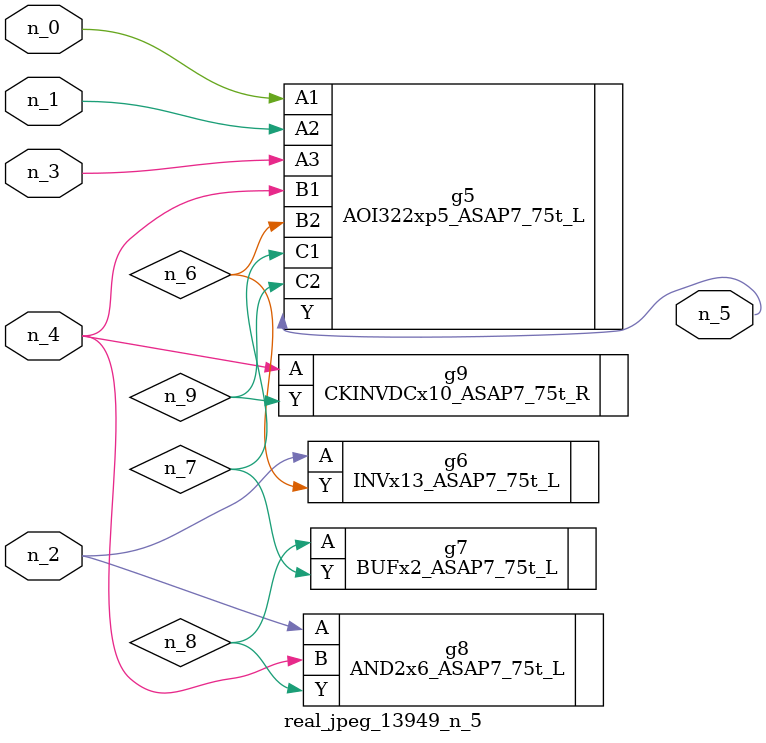
<source format=v>
module real_jpeg_13949_n_5 (n_4, n_0, n_1, n_2, n_3, n_5);

input n_4;
input n_0;
input n_1;
input n_2;
input n_3;

output n_5;

wire n_8;
wire n_6;
wire n_7;
wire n_9;

AOI322xp5_ASAP7_75t_L g5 ( 
.A1(n_0),
.A2(n_1),
.A3(n_3),
.B1(n_4),
.B2(n_6),
.C1(n_7),
.C2(n_9),
.Y(n_5)
);

INVx13_ASAP7_75t_L g6 ( 
.A(n_2),
.Y(n_6)
);

AND2x6_ASAP7_75t_L g8 ( 
.A(n_2),
.B(n_4),
.Y(n_8)
);

CKINVDCx10_ASAP7_75t_R g9 ( 
.A(n_4),
.Y(n_9)
);

BUFx2_ASAP7_75t_L g7 ( 
.A(n_8),
.Y(n_7)
);


endmodule
</source>
